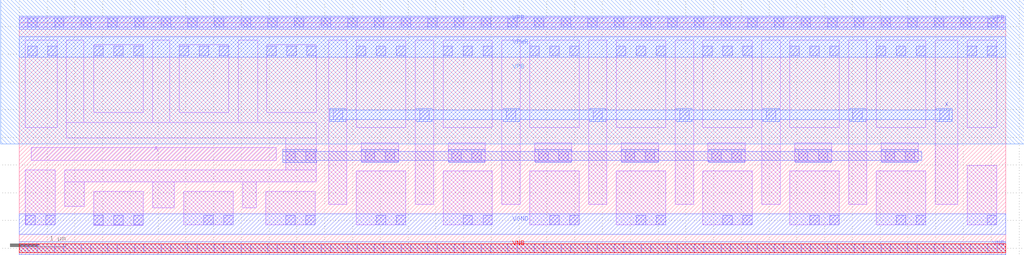
<source format=lef>
# Copyright 2020 The SkyWater PDK Authors
#
# Licensed under the Apache License, Version 2.0 (the "License");
# you may not use this file except in compliance with the License.
# You may obtain a copy of the License at
#
#     https://www.apache.org/licenses/LICENSE-2.0
#
# Unless required by applicable law or agreed to in writing, software
# distributed under the License is distributed on an "AS IS" BASIS,
# WITHOUT WARRANTIES OR CONDITIONS OF ANY KIND, either express or implied.
# See the License for the specific language governing permissions and
# limitations under the License.
#
# SPDX-License-Identifier: Apache-2.0

VERSION 5.7 ;
  NOWIREEXTENSIONATPIN ON ;
  DIVIDERCHAR "/" ;
  BUSBITCHARS "[]" ;
MACRO sky130_fd_sc_hvl__buf_16
  CLASS CORE ;
  FOREIGN sky130_fd_sc_hvl__buf_16 ;
  ORIGIN  0.000000  0.000000 ;
  SIZE  17.76000 BY  4.070000 ;
  SYMMETRY X Y ;
  SITE unithv ;
  PIN A
    ANTENNAGATEAREA  6.750000 ;
    DIRECTION INPUT ;
    USE SIGNAL ;
    PORT
      LAYER li1 ;
        RECT 0.220000 1.580000 4.630000 1.815000 ;
    END
  END A
  PIN X
    ANTENNADIFFAREA  5.040000 ;
    DIRECTION OUTPUT ;
    USE SIGNAL ;
    PORT
      LAYER met1 ;
        RECT  5.590000 2.290000  5.880000 2.320000 ;
        RECT  5.590000 2.320000 16.800000 2.490000 ;
        RECT  5.590000 2.490000  5.880000 2.520000 ;
        RECT  7.150000 2.290000  7.440000 2.320000 ;
        RECT  7.150000 2.490000  7.440000 2.520000 ;
        RECT  8.710000 2.290000  9.000000 2.320000 ;
        RECT  8.710000 2.490000  9.000000 2.520000 ;
        RECT 10.270000 2.290000 10.560000 2.320000 ;
        RECT 10.270000 2.490000 10.560000 2.520000 ;
        RECT 11.830000 2.290000 12.120000 2.320000 ;
        RECT 11.830000 2.490000 12.120000 2.520000 ;
        RECT 13.390000 2.290000 13.680000 2.320000 ;
        RECT 13.390000 2.490000 13.680000 2.520000 ;
        RECT 14.950000 2.290000 15.240000 2.320000 ;
        RECT 14.950000 2.490000 15.240000 2.520000 ;
        RECT 16.510000 2.290000 16.800000 2.320000 ;
        RECT 16.510000 2.490000 16.800000 2.520000 ;
    END
  END X
  PIN VGND
    DIRECTION INOUT ;
    USE GROUND ;
    PORT
      LAYER met1 ;
        RECT 0.000000 0.255000 17.760000 0.625000 ;
    END
  END VGND
  PIN VNB
    DIRECTION INOUT ;
    USE GROUND ;
    PORT
      LAYER li1 ;
        RECT 0.000000 -0.085000 17.760000 0.085000 ;
      LAYER mcon ;
        RECT  0.155000 -0.085000  0.325000 0.085000 ;
        RECT  0.635000 -0.085000  0.805000 0.085000 ;
        RECT  1.115000 -0.085000  1.285000 0.085000 ;
        RECT  1.595000 -0.085000  1.765000 0.085000 ;
        RECT  2.075000 -0.085000  2.245000 0.085000 ;
        RECT  2.555000 -0.085000  2.725000 0.085000 ;
        RECT  3.035000 -0.085000  3.205000 0.085000 ;
        RECT  3.515000 -0.085000  3.685000 0.085000 ;
        RECT  3.995000 -0.085000  4.165000 0.085000 ;
        RECT  4.475000 -0.085000  4.645000 0.085000 ;
        RECT  4.955000 -0.085000  5.125000 0.085000 ;
        RECT  5.435000 -0.085000  5.605000 0.085000 ;
        RECT  5.915000 -0.085000  6.085000 0.085000 ;
        RECT  6.395000 -0.085000  6.565000 0.085000 ;
        RECT  6.875000 -0.085000  7.045000 0.085000 ;
        RECT  7.355000 -0.085000  7.525000 0.085000 ;
        RECT  7.835000 -0.085000  8.005000 0.085000 ;
        RECT  8.315000 -0.085000  8.485000 0.085000 ;
        RECT  8.795000 -0.085000  8.965000 0.085000 ;
        RECT  9.275000 -0.085000  9.445000 0.085000 ;
        RECT  9.755000 -0.085000  9.925000 0.085000 ;
        RECT 10.235000 -0.085000 10.405000 0.085000 ;
        RECT 10.715000 -0.085000 10.885000 0.085000 ;
        RECT 11.195000 -0.085000 11.365000 0.085000 ;
        RECT 11.675000 -0.085000 11.845000 0.085000 ;
        RECT 12.155000 -0.085000 12.325000 0.085000 ;
        RECT 12.635000 -0.085000 12.805000 0.085000 ;
        RECT 13.115000 -0.085000 13.285000 0.085000 ;
        RECT 13.595000 -0.085000 13.765000 0.085000 ;
        RECT 14.075000 -0.085000 14.245000 0.085000 ;
        RECT 14.555000 -0.085000 14.725000 0.085000 ;
        RECT 15.035000 -0.085000 15.205000 0.085000 ;
        RECT 15.515000 -0.085000 15.685000 0.085000 ;
        RECT 15.995000 -0.085000 16.165000 0.085000 ;
        RECT 16.475000 -0.085000 16.645000 0.085000 ;
        RECT 16.955000 -0.085000 17.125000 0.085000 ;
        RECT 17.435000 -0.085000 17.605000 0.085000 ;
    END
    PORT
      LAYER met1 ;
        RECT 0.000000 -0.115000 17.760000 0.115000 ;
      LAYER pwell ;
        RECT 0.000000 -0.085000 17.760000 0.085000 ;
    END
  END VNB
  PIN VPB
    DIRECTION INOUT ;
    USE POWER ;
    PORT
      LAYER li1 ;
        RECT 0.000000 3.985000 17.760000 4.155000 ;
      LAYER mcon ;
        RECT  0.155000 3.985000  0.325000 4.155000 ;
        RECT  0.635000 3.985000  0.805000 4.155000 ;
        RECT  1.115000 3.985000  1.285000 4.155000 ;
        RECT  1.595000 3.985000  1.765000 4.155000 ;
        RECT  2.075000 3.985000  2.245000 4.155000 ;
        RECT  2.555000 3.985000  2.725000 4.155000 ;
        RECT  3.035000 3.985000  3.205000 4.155000 ;
        RECT  3.515000 3.985000  3.685000 4.155000 ;
        RECT  3.995000 3.985000  4.165000 4.155000 ;
        RECT  4.475000 3.985000  4.645000 4.155000 ;
        RECT  4.955000 3.985000  5.125000 4.155000 ;
        RECT  5.435000 3.985000  5.605000 4.155000 ;
        RECT  5.915000 3.985000  6.085000 4.155000 ;
        RECT  6.395000 3.985000  6.565000 4.155000 ;
        RECT  6.875000 3.985000  7.045000 4.155000 ;
        RECT  7.355000 3.985000  7.525000 4.155000 ;
        RECT  7.835000 3.985000  8.005000 4.155000 ;
        RECT  8.315000 3.985000  8.485000 4.155000 ;
        RECT  8.795000 3.985000  8.965000 4.155000 ;
        RECT  9.275000 3.985000  9.445000 4.155000 ;
        RECT  9.755000 3.985000  9.925000 4.155000 ;
        RECT 10.235000 3.985000 10.405000 4.155000 ;
        RECT 10.715000 3.985000 10.885000 4.155000 ;
        RECT 11.195000 3.985000 11.365000 4.155000 ;
        RECT 11.675000 3.985000 11.845000 4.155000 ;
        RECT 12.155000 3.985000 12.325000 4.155000 ;
        RECT 12.635000 3.985000 12.805000 4.155000 ;
        RECT 13.115000 3.985000 13.285000 4.155000 ;
        RECT 13.595000 3.985000 13.765000 4.155000 ;
        RECT 14.075000 3.985000 14.245000 4.155000 ;
        RECT 14.555000 3.985000 14.725000 4.155000 ;
        RECT 15.035000 3.985000 15.205000 4.155000 ;
        RECT 15.515000 3.985000 15.685000 4.155000 ;
        RECT 15.995000 3.985000 16.165000 4.155000 ;
        RECT 16.475000 3.985000 16.645000 4.155000 ;
        RECT 16.955000 3.985000 17.125000 4.155000 ;
        RECT 17.435000 3.985000 17.605000 4.155000 ;
    END
    PORT
      LAYER met1 ;
        RECT 0.000000 3.955000 17.760000 4.185000 ;
      LAYER nwell ;
        RECT -0.330000 1.885000 18.090000 4.485000 ;
    END
  END VPB
  PIN VPWR
    DIRECTION INOUT ;
    USE POWER ;
    PORT
      LAYER met1 ;
        RECT 0.000000 3.445000 17.760000 3.815000 ;
    END
  END VPWR
  OBS
    LAYER li1 ;
      RECT  0.110000 0.425000  0.645000 1.410000 ;
      RECT  0.110000 2.175000  0.680000 3.755000 ;
      RECT  0.815000 0.755000  1.170000 1.195000 ;
      RECT  0.815000 1.195000  5.350000 1.410000 ;
      RECT  0.850000 1.985000  5.350000 2.265000 ;
      RECT  0.850000 2.265000  1.160000 3.755000 ;
      RECT  1.340000 0.415000  2.230000 1.025000 ;
      RECT  1.340000 2.445000  2.230000 3.675000 ;
      RECT  2.400000 0.730000  2.790000 1.195000 ;
      RECT  2.400000 2.265000  2.710000 3.755000 ;
      RECT  2.880000 2.445000  3.770000 3.675000 ;
      RECT  2.960000 0.425000  3.855000 1.025000 ;
      RECT  3.940000 2.265000  4.290000 3.755000 ;
      RECT  4.025000 0.730000  4.270000 1.195000 ;
      RECT  4.440000 0.425000  5.330000 1.025000 ;
      RECT  4.460000 2.445000  5.350000 3.675000 ;
      RECT  4.800000 1.410000  5.350000 1.985000 ;
      RECT  5.570000 0.790000  5.900000 3.755000 ;
      RECT  6.070000 0.425000  6.960000 1.395000 ;
      RECT  6.070000 2.175000  6.960000 3.755000 ;
      RECT  6.160000 1.565000  6.830000 1.895000 ;
      RECT  7.130000 0.790000  7.460000 3.755000 ;
      RECT  7.630000 0.425000  8.520000 1.395000 ;
      RECT  7.630000 2.175000  8.520000 3.755000 ;
      RECT  7.720000 1.565000  8.390000 1.895000 ;
      RECT  8.690000 0.790000  9.020000 3.755000 ;
      RECT  9.190000 0.425000 10.080000 1.395000 ;
      RECT  9.190000 2.175000 10.080000 3.755000 ;
      RECT  9.280000 1.565000  9.950000 1.895000 ;
      RECT 10.250000 0.790000 10.580000 3.755000 ;
      RECT 10.750000 0.425000 11.640000 1.395000 ;
      RECT 10.750000 2.175000 11.640000 3.755000 ;
      RECT 10.840000 1.565000 11.510000 1.895000 ;
      RECT 11.810000 0.790000 12.140000 3.755000 ;
      RECT 12.310000 0.425000 13.200000 1.395000 ;
      RECT 12.310000 2.175000 13.200000 3.755000 ;
      RECT 12.400000 1.565000 13.070000 1.895000 ;
      RECT 13.370000 0.790000 13.700000 3.755000 ;
      RECT 13.870000 0.425000 14.760000 1.395000 ;
      RECT 13.870000 2.175000 14.760000 3.755000 ;
      RECT 13.960000 1.565000 14.630000 1.895000 ;
      RECT 14.930000 0.790000 15.260000 3.755000 ;
      RECT 15.430000 0.425000 16.320000 1.395000 ;
      RECT 15.430000 2.175000 16.320000 3.755000 ;
      RECT 15.520000 1.565000 16.190000 1.895000 ;
      RECT 16.490000 0.790000 16.900000 3.755000 ;
      RECT 17.070000 0.425000 17.600000 1.495000 ;
      RECT 17.070000 2.175000 17.600000 3.755000 ;
    LAYER mcon ;
      RECT  0.115000 0.425000  0.285000 0.595000 ;
      RECT  0.150000 3.475000  0.320000 3.645000 ;
      RECT  0.475000 0.425000  0.645000 0.595000 ;
      RECT  0.510000 3.475000  0.680000 3.645000 ;
      RECT  1.340000 0.425000  1.510000 0.595000 ;
      RECT  1.340000 3.475000  1.510000 3.645000 ;
      RECT  1.700000 0.425000  1.870000 0.595000 ;
      RECT  1.700000 3.475000  1.870000 3.645000 ;
      RECT  2.060000 0.425000  2.230000 0.595000 ;
      RECT  2.060000 3.475000  2.230000 3.645000 ;
      RECT  2.880000 3.475000  3.050000 3.645000 ;
      RECT  3.240000 3.475000  3.410000 3.645000 ;
      RECT  3.320000 0.425000  3.490000 0.595000 ;
      RECT  3.600000 3.475000  3.770000 3.645000 ;
      RECT  3.680000 0.425000  3.850000 0.595000 ;
      RECT  4.460000 3.475000  4.630000 3.645000 ;
      RECT  4.800000 0.425000  4.970000 0.595000 ;
      RECT  4.800000 1.580000  4.970000 1.750000 ;
      RECT  4.820000 3.475000  4.990000 3.645000 ;
      RECT  5.160000 0.425000  5.330000 0.595000 ;
      RECT  5.160000 1.580000  5.330000 1.750000 ;
      RECT  5.180000 3.475000  5.350000 3.645000 ;
      RECT  5.650000 2.320000  5.820000 2.490000 ;
      RECT  6.070000 3.475000  6.240000 3.645000 ;
      RECT  6.230000 1.580000  6.400000 1.750000 ;
      RECT  6.430000 0.425000  6.600000 0.595000 ;
      RECT  6.430000 3.475000  6.600000 3.645000 ;
      RECT  6.590000 1.580000  6.760000 1.750000 ;
      RECT  6.790000 0.425000  6.960000 0.595000 ;
      RECT  6.790000 3.475000  6.960000 3.645000 ;
      RECT  7.210000 2.320000  7.380000 2.490000 ;
      RECT  7.630000 3.475000  7.800000 3.645000 ;
      RECT  7.790000 1.580000  7.960000 1.750000 ;
      RECT  7.990000 0.425000  8.160000 0.595000 ;
      RECT  7.990000 3.475000  8.160000 3.645000 ;
      RECT  8.150000 1.580000  8.320000 1.750000 ;
      RECT  8.350000 0.425000  8.520000 0.595000 ;
      RECT  8.350000 3.475000  8.520000 3.645000 ;
      RECT  8.770000 2.320000  8.940000 2.490000 ;
      RECT  9.190000 3.475000  9.360000 3.645000 ;
      RECT  9.350000 1.580000  9.520000 1.750000 ;
      RECT  9.550000 0.425000  9.720000 0.595000 ;
      RECT  9.550000 3.475000  9.720000 3.645000 ;
      RECT  9.710000 1.580000  9.880000 1.750000 ;
      RECT  9.910000 0.425000 10.080000 0.595000 ;
      RECT  9.910000 3.475000 10.080000 3.645000 ;
      RECT 10.330000 2.320000 10.500000 2.490000 ;
      RECT 10.750000 3.475000 10.920000 3.645000 ;
      RECT 10.910000 1.580000 11.080000 1.750000 ;
      RECT 11.110000 0.425000 11.280000 0.595000 ;
      RECT 11.110000 3.475000 11.280000 3.645000 ;
      RECT 11.270000 1.580000 11.440000 1.750000 ;
      RECT 11.470000 0.425000 11.640000 0.595000 ;
      RECT 11.470000 3.475000 11.640000 3.645000 ;
      RECT 11.890000 2.320000 12.060000 2.490000 ;
      RECT 12.310000 3.475000 12.480000 3.645000 ;
      RECT 12.470000 1.580000 12.640000 1.750000 ;
      RECT 12.670000 0.425000 12.840000 0.595000 ;
      RECT 12.670000 3.475000 12.840000 3.645000 ;
      RECT 12.830000 1.580000 13.000000 1.750000 ;
      RECT 13.030000 0.425000 13.200000 0.595000 ;
      RECT 13.030000 3.475000 13.200000 3.645000 ;
      RECT 13.450000 2.320000 13.620000 2.490000 ;
      RECT 13.870000 3.475000 14.040000 3.645000 ;
      RECT 14.030000 1.580000 14.200000 1.750000 ;
      RECT 14.230000 0.425000 14.400000 0.595000 ;
      RECT 14.230000 3.475000 14.400000 3.645000 ;
      RECT 14.390000 1.580000 14.560000 1.750000 ;
      RECT 14.590000 0.425000 14.760000 0.595000 ;
      RECT 14.590000 3.475000 14.760000 3.645000 ;
      RECT 15.010000 2.320000 15.180000 2.490000 ;
      RECT 15.430000 3.475000 15.600000 3.645000 ;
      RECT 15.590000 1.580000 15.760000 1.750000 ;
      RECT 15.790000 0.425000 15.960000 0.595000 ;
      RECT 15.790000 3.475000 15.960000 3.645000 ;
      RECT 15.950000 1.580000 16.120000 1.750000 ;
      RECT 16.150000 0.425000 16.320000 0.595000 ;
      RECT 16.150000 3.475000 16.320000 3.645000 ;
      RECT 16.570000 2.320000 16.740000 2.490000 ;
      RECT 17.070000 3.475000 17.240000 3.645000 ;
      RECT 17.430000 0.425000 17.600000 0.595000 ;
      RECT 17.430000 3.475000 17.600000 3.645000 ;
    LAYER met1 ;
      RECT  4.740000 1.550000  5.360000 1.580000 ;
      RECT  4.740000 1.580000 16.250000 1.750000 ;
      RECT  4.740000 1.750000  5.360000 1.780000 ;
      RECT  6.170000 1.550000  6.820000 1.580000 ;
      RECT  6.170000 1.750000  6.820000 1.780000 ;
      RECT  7.730000 1.550000  8.380000 1.580000 ;
      RECT  7.730000 1.750000  8.380000 1.780000 ;
      RECT  9.290000 1.550000  9.940000 1.580000 ;
      RECT  9.290000 1.750000  9.940000 1.780000 ;
      RECT 10.850000 1.550000 11.500000 1.580000 ;
      RECT 10.850000 1.750000 11.500000 1.780000 ;
      RECT 12.410000 1.550000 13.060000 1.580000 ;
      RECT 12.410000 1.750000 13.060000 1.780000 ;
      RECT 13.970000 1.550000 14.620000 1.580000 ;
      RECT 13.970000 1.750000 14.620000 1.780000 ;
      RECT 15.530000 1.550000 16.180000 1.580000 ;
      RECT 15.530000 1.750000 16.180000 1.780000 ;
  END
END sky130_fd_sc_hvl__buf_16
END LIBRARY

</source>
